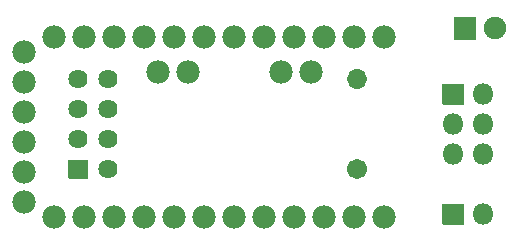
<source format=gbr>
G04 #@! TF.GenerationSoftware,KiCad,Pcbnew,5.1.9+dfsg1-1*
G04 #@! TF.CreationDate,2022-07-18T15:00:59-04:00*
G04 #@! TF.ProjectId,VS_robot_receiver,56535f72-6f62-46f7-945f-726563656976,rev?*
G04 #@! TF.SameCoordinates,Original*
G04 #@! TF.FileFunction,Soldermask,Top*
G04 #@! TF.FilePolarity,Negative*
%FSLAX46Y46*%
G04 Gerber Fmt 4.6, Leading zero omitted, Abs format (unit mm)*
G04 Created by KiCad (PCBNEW 5.1.9+dfsg1-1) date 2022-07-18 15:00:59*
%MOMM*%
%LPD*%
G01*
G04 APERTURE LIST*
%ADD10C,1.981600*%
%ADD11C,1.902000*%
%ADD12O,1.802000X1.802000*%
%ADD13C,1.702000*%
%ADD14O,1.702000X1.702000*%
%ADD15C,1.626000*%
G04 APERTURE END LIST*
D10*
X133096000Y-97790000D03*
X133096000Y-100330000D03*
X133096000Y-102870000D03*
X133096000Y-105410000D03*
X133096000Y-107950000D03*
X133096000Y-110490000D03*
X146939000Y-99441000D03*
X144399000Y-99441000D03*
X154813000Y-99441000D03*
X157353000Y-99441000D03*
X135636000Y-96520000D03*
X138176000Y-96520000D03*
X140716000Y-96520000D03*
X143256000Y-96520000D03*
X145796000Y-96520000D03*
X148336000Y-96520000D03*
X150876000Y-96520000D03*
X153416000Y-96520000D03*
X155956000Y-96520000D03*
X158496000Y-96520000D03*
X161036000Y-96520000D03*
X163576000Y-96520000D03*
X163576000Y-111760000D03*
X161036000Y-111760000D03*
X158496000Y-111760000D03*
X155956000Y-111760000D03*
X153416000Y-111760000D03*
X150876000Y-111760000D03*
X148336000Y-111760000D03*
X145796000Y-111760000D03*
X143256000Y-111760000D03*
X140716000Y-111760000D03*
X138176000Y-111760000D03*
X135636000Y-111760000D03*
G36*
G01*
X169483000Y-96658000D02*
X169483000Y-94858000D01*
G75*
G02*
X169534000Y-94807000I51000J0D01*
G01*
X171334000Y-94807000D01*
G75*
G02*
X171385000Y-94858000I0J-51000D01*
G01*
X171385000Y-96658000D01*
G75*
G02*
X171334000Y-96709000I-51000J0D01*
G01*
X169534000Y-96709000D01*
G75*
G02*
X169483000Y-96658000I0J51000D01*
G01*
G37*
D11*
X172974000Y-95758000D03*
G36*
G01*
X170268000Y-112407000D02*
X168568000Y-112407000D01*
G75*
G02*
X168517000Y-112356000I0J51000D01*
G01*
X168517000Y-110656000D01*
G75*
G02*
X168568000Y-110605000I51000J0D01*
G01*
X170268000Y-110605000D01*
G75*
G02*
X170319000Y-110656000I0J-51000D01*
G01*
X170319000Y-112356000D01*
G75*
G02*
X170268000Y-112407000I-51000J0D01*
G01*
G37*
D12*
X171958000Y-111506000D03*
G36*
G01*
X168517000Y-102196000D02*
X168517000Y-100496000D01*
G75*
G02*
X168568000Y-100445000I51000J0D01*
G01*
X170268000Y-100445000D01*
G75*
G02*
X170319000Y-100496000I0J-51000D01*
G01*
X170319000Y-102196000D01*
G75*
G02*
X170268000Y-102247000I-51000J0D01*
G01*
X168568000Y-102247000D01*
G75*
G02*
X168517000Y-102196000I0J51000D01*
G01*
G37*
X171958000Y-101346000D03*
X169418000Y-103886000D03*
X171958000Y-103886000D03*
X169418000Y-106426000D03*
X171958000Y-106426000D03*
D13*
X161290000Y-107696000D03*
D14*
X161290000Y-100076000D03*
G36*
G01*
X136855000Y-108458000D02*
X136855000Y-106934000D01*
G75*
G02*
X136906000Y-106883000I51000J0D01*
G01*
X138430000Y-106883000D01*
G75*
G02*
X138481000Y-106934000I0J-51000D01*
G01*
X138481000Y-108458000D01*
G75*
G02*
X138430000Y-108509000I-51000J0D01*
G01*
X136906000Y-108509000D01*
G75*
G02*
X136855000Y-108458000I0J51000D01*
G01*
G37*
D15*
X140208000Y-107696000D03*
X137668000Y-105156000D03*
X140208000Y-105156000D03*
X137668000Y-102616000D03*
X140208000Y-102616000D03*
X137668000Y-100076000D03*
X140208000Y-100076000D03*
M02*

</source>
